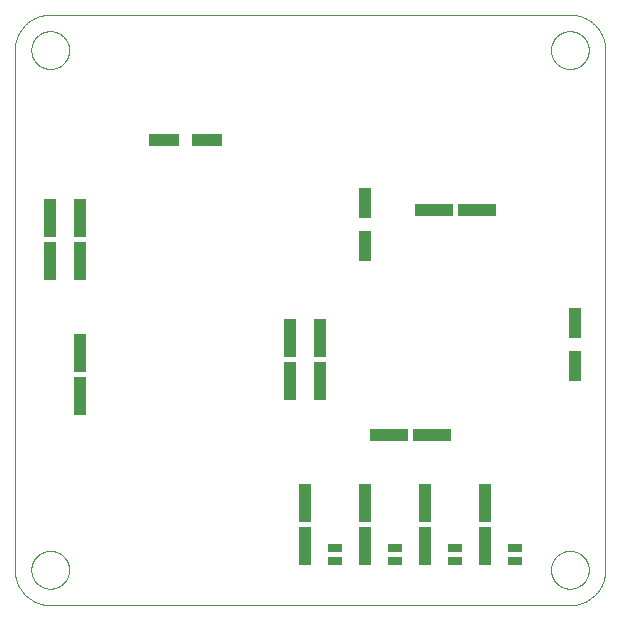
<source format=gtp>
G75*
%MOIN*%
%OFA0B0*%
%FSLAX25Y25*%
%IPPOS*%
%LPD*%
%AMOC8*
5,1,8,0,0,1.08239X$1,22.5*
%
%ADD10C,0.00000*%
%ADD11R,0.03937X0.10236*%
%ADD12R,0.12598X0.03937*%
%ADD13R,0.03937X0.12598*%
%ADD14R,0.10236X0.03937*%
%ADD15R,0.04724X0.03150*%
D10*
X0005724Y0017535D02*
X0005724Y0190764D01*
X0011236Y0190764D02*
X0011238Y0190922D01*
X0011244Y0191080D01*
X0011254Y0191238D01*
X0011268Y0191396D01*
X0011286Y0191553D01*
X0011307Y0191710D01*
X0011333Y0191866D01*
X0011363Y0192022D01*
X0011396Y0192177D01*
X0011434Y0192330D01*
X0011475Y0192483D01*
X0011520Y0192635D01*
X0011569Y0192786D01*
X0011622Y0192935D01*
X0011678Y0193083D01*
X0011738Y0193229D01*
X0011802Y0193374D01*
X0011870Y0193517D01*
X0011941Y0193659D01*
X0012015Y0193799D01*
X0012093Y0193936D01*
X0012175Y0194072D01*
X0012259Y0194206D01*
X0012348Y0194337D01*
X0012439Y0194466D01*
X0012534Y0194593D01*
X0012631Y0194718D01*
X0012732Y0194840D01*
X0012836Y0194959D01*
X0012943Y0195076D01*
X0013053Y0195190D01*
X0013166Y0195301D01*
X0013281Y0195410D01*
X0013399Y0195515D01*
X0013520Y0195617D01*
X0013643Y0195717D01*
X0013769Y0195813D01*
X0013897Y0195906D01*
X0014027Y0195996D01*
X0014160Y0196082D01*
X0014295Y0196166D01*
X0014431Y0196245D01*
X0014570Y0196322D01*
X0014711Y0196394D01*
X0014853Y0196464D01*
X0014997Y0196529D01*
X0015143Y0196591D01*
X0015290Y0196649D01*
X0015439Y0196704D01*
X0015589Y0196755D01*
X0015740Y0196802D01*
X0015892Y0196845D01*
X0016045Y0196884D01*
X0016200Y0196920D01*
X0016355Y0196951D01*
X0016511Y0196979D01*
X0016667Y0197003D01*
X0016824Y0197023D01*
X0016982Y0197039D01*
X0017139Y0197051D01*
X0017298Y0197059D01*
X0017456Y0197063D01*
X0017614Y0197063D01*
X0017772Y0197059D01*
X0017931Y0197051D01*
X0018088Y0197039D01*
X0018246Y0197023D01*
X0018403Y0197003D01*
X0018559Y0196979D01*
X0018715Y0196951D01*
X0018870Y0196920D01*
X0019025Y0196884D01*
X0019178Y0196845D01*
X0019330Y0196802D01*
X0019481Y0196755D01*
X0019631Y0196704D01*
X0019780Y0196649D01*
X0019927Y0196591D01*
X0020073Y0196529D01*
X0020217Y0196464D01*
X0020359Y0196394D01*
X0020500Y0196322D01*
X0020639Y0196245D01*
X0020775Y0196166D01*
X0020910Y0196082D01*
X0021043Y0195996D01*
X0021173Y0195906D01*
X0021301Y0195813D01*
X0021427Y0195717D01*
X0021550Y0195617D01*
X0021671Y0195515D01*
X0021789Y0195410D01*
X0021904Y0195301D01*
X0022017Y0195190D01*
X0022127Y0195076D01*
X0022234Y0194959D01*
X0022338Y0194840D01*
X0022439Y0194718D01*
X0022536Y0194593D01*
X0022631Y0194466D01*
X0022722Y0194337D01*
X0022811Y0194206D01*
X0022895Y0194072D01*
X0022977Y0193936D01*
X0023055Y0193799D01*
X0023129Y0193659D01*
X0023200Y0193517D01*
X0023268Y0193374D01*
X0023332Y0193229D01*
X0023392Y0193083D01*
X0023448Y0192935D01*
X0023501Y0192786D01*
X0023550Y0192635D01*
X0023595Y0192483D01*
X0023636Y0192330D01*
X0023674Y0192177D01*
X0023707Y0192022D01*
X0023737Y0191866D01*
X0023763Y0191710D01*
X0023784Y0191553D01*
X0023802Y0191396D01*
X0023816Y0191238D01*
X0023826Y0191080D01*
X0023832Y0190922D01*
X0023834Y0190764D01*
X0023832Y0190606D01*
X0023826Y0190448D01*
X0023816Y0190290D01*
X0023802Y0190132D01*
X0023784Y0189975D01*
X0023763Y0189818D01*
X0023737Y0189662D01*
X0023707Y0189506D01*
X0023674Y0189351D01*
X0023636Y0189198D01*
X0023595Y0189045D01*
X0023550Y0188893D01*
X0023501Y0188742D01*
X0023448Y0188593D01*
X0023392Y0188445D01*
X0023332Y0188299D01*
X0023268Y0188154D01*
X0023200Y0188011D01*
X0023129Y0187869D01*
X0023055Y0187729D01*
X0022977Y0187592D01*
X0022895Y0187456D01*
X0022811Y0187322D01*
X0022722Y0187191D01*
X0022631Y0187062D01*
X0022536Y0186935D01*
X0022439Y0186810D01*
X0022338Y0186688D01*
X0022234Y0186569D01*
X0022127Y0186452D01*
X0022017Y0186338D01*
X0021904Y0186227D01*
X0021789Y0186118D01*
X0021671Y0186013D01*
X0021550Y0185911D01*
X0021427Y0185811D01*
X0021301Y0185715D01*
X0021173Y0185622D01*
X0021043Y0185532D01*
X0020910Y0185446D01*
X0020775Y0185362D01*
X0020639Y0185283D01*
X0020500Y0185206D01*
X0020359Y0185134D01*
X0020217Y0185064D01*
X0020073Y0184999D01*
X0019927Y0184937D01*
X0019780Y0184879D01*
X0019631Y0184824D01*
X0019481Y0184773D01*
X0019330Y0184726D01*
X0019178Y0184683D01*
X0019025Y0184644D01*
X0018870Y0184608D01*
X0018715Y0184577D01*
X0018559Y0184549D01*
X0018403Y0184525D01*
X0018246Y0184505D01*
X0018088Y0184489D01*
X0017931Y0184477D01*
X0017772Y0184469D01*
X0017614Y0184465D01*
X0017456Y0184465D01*
X0017298Y0184469D01*
X0017139Y0184477D01*
X0016982Y0184489D01*
X0016824Y0184505D01*
X0016667Y0184525D01*
X0016511Y0184549D01*
X0016355Y0184577D01*
X0016200Y0184608D01*
X0016045Y0184644D01*
X0015892Y0184683D01*
X0015740Y0184726D01*
X0015589Y0184773D01*
X0015439Y0184824D01*
X0015290Y0184879D01*
X0015143Y0184937D01*
X0014997Y0184999D01*
X0014853Y0185064D01*
X0014711Y0185134D01*
X0014570Y0185206D01*
X0014431Y0185283D01*
X0014295Y0185362D01*
X0014160Y0185446D01*
X0014027Y0185532D01*
X0013897Y0185622D01*
X0013769Y0185715D01*
X0013643Y0185811D01*
X0013520Y0185911D01*
X0013399Y0186013D01*
X0013281Y0186118D01*
X0013166Y0186227D01*
X0013053Y0186338D01*
X0012943Y0186452D01*
X0012836Y0186569D01*
X0012732Y0186688D01*
X0012631Y0186810D01*
X0012534Y0186935D01*
X0012439Y0187062D01*
X0012348Y0187191D01*
X0012259Y0187322D01*
X0012175Y0187456D01*
X0012093Y0187592D01*
X0012015Y0187729D01*
X0011941Y0187869D01*
X0011870Y0188011D01*
X0011802Y0188154D01*
X0011738Y0188299D01*
X0011678Y0188445D01*
X0011622Y0188593D01*
X0011569Y0188742D01*
X0011520Y0188893D01*
X0011475Y0189045D01*
X0011434Y0189198D01*
X0011396Y0189351D01*
X0011363Y0189506D01*
X0011333Y0189662D01*
X0011307Y0189818D01*
X0011286Y0189975D01*
X0011268Y0190132D01*
X0011254Y0190290D01*
X0011244Y0190448D01*
X0011238Y0190606D01*
X0011236Y0190764D01*
X0005724Y0190764D02*
X0005727Y0191049D01*
X0005738Y0191335D01*
X0005755Y0191620D01*
X0005779Y0191904D01*
X0005810Y0192188D01*
X0005848Y0192471D01*
X0005893Y0192752D01*
X0005944Y0193033D01*
X0006002Y0193313D01*
X0006067Y0193591D01*
X0006139Y0193867D01*
X0006217Y0194141D01*
X0006302Y0194414D01*
X0006394Y0194684D01*
X0006492Y0194952D01*
X0006596Y0195218D01*
X0006707Y0195481D01*
X0006824Y0195741D01*
X0006947Y0195999D01*
X0007077Y0196253D01*
X0007213Y0196504D01*
X0007354Y0196752D01*
X0007502Y0196996D01*
X0007655Y0197237D01*
X0007815Y0197473D01*
X0007980Y0197706D01*
X0008150Y0197935D01*
X0008326Y0198160D01*
X0008508Y0198380D01*
X0008694Y0198596D01*
X0008886Y0198807D01*
X0009083Y0199014D01*
X0009285Y0199216D01*
X0009492Y0199413D01*
X0009703Y0199605D01*
X0009919Y0199791D01*
X0010139Y0199973D01*
X0010364Y0200149D01*
X0010593Y0200319D01*
X0010826Y0200484D01*
X0011062Y0200644D01*
X0011303Y0200797D01*
X0011547Y0200945D01*
X0011795Y0201086D01*
X0012046Y0201222D01*
X0012300Y0201352D01*
X0012558Y0201475D01*
X0012818Y0201592D01*
X0013081Y0201703D01*
X0013347Y0201807D01*
X0013615Y0201905D01*
X0013885Y0201997D01*
X0014158Y0202082D01*
X0014432Y0202160D01*
X0014708Y0202232D01*
X0014986Y0202297D01*
X0015266Y0202355D01*
X0015547Y0202406D01*
X0015828Y0202451D01*
X0016111Y0202489D01*
X0016395Y0202520D01*
X0016679Y0202544D01*
X0016964Y0202561D01*
X0017250Y0202572D01*
X0017535Y0202575D01*
X0190764Y0202575D01*
X0184465Y0190764D02*
X0184467Y0190922D01*
X0184473Y0191080D01*
X0184483Y0191238D01*
X0184497Y0191396D01*
X0184515Y0191553D01*
X0184536Y0191710D01*
X0184562Y0191866D01*
X0184592Y0192022D01*
X0184625Y0192177D01*
X0184663Y0192330D01*
X0184704Y0192483D01*
X0184749Y0192635D01*
X0184798Y0192786D01*
X0184851Y0192935D01*
X0184907Y0193083D01*
X0184967Y0193229D01*
X0185031Y0193374D01*
X0185099Y0193517D01*
X0185170Y0193659D01*
X0185244Y0193799D01*
X0185322Y0193936D01*
X0185404Y0194072D01*
X0185488Y0194206D01*
X0185577Y0194337D01*
X0185668Y0194466D01*
X0185763Y0194593D01*
X0185860Y0194718D01*
X0185961Y0194840D01*
X0186065Y0194959D01*
X0186172Y0195076D01*
X0186282Y0195190D01*
X0186395Y0195301D01*
X0186510Y0195410D01*
X0186628Y0195515D01*
X0186749Y0195617D01*
X0186872Y0195717D01*
X0186998Y0195813D01*
X0187126Y0195906D01*
X0187256Y0195996D01*
X0187389Y0196082D01*
X0187524Y0196166D01*
X0187660Y0196245D01*
X0187799Y0196322D01*
X0187940Y0196394D01*
X0188082Y0196464D01*
X0188226Y0196529D01*
X0188372Y0196591D01*
X0188519Y0196649D01*
X0188668Y0196704D01*
X0188818Y0196755D01*
X0188969Y0196802D01*
X0189121Y0196845D01*
X0189274Y0196884D01*
X0189429Y0196920D01*
X0189584Y0196951D01*
X0189740Y0196979D01*
X0189896Y0197003D01*
X0190053Y0197023D01*
X0190211Y0197039D01*
X0190368Y0197051D01*
X0190527Y0197059D01*
X0190685Y0197063D01*
X0190843Y0197063D01*
X0191001Y0197059D01*
X0191160Y0197051D01*
X0191317Y0197039D01*
X0191475Y0197023D01*
X0191632Y0197003D01*
X0191788Y0196979D01*
X0191944Y0196951D01*
X0192099Y0196920D01*
X0192254Y0196884D01*
X0192407Y0196845D01*
X0192559Y0196802D01*
X0192710Y0196755D01*
X0192860Y0196704D01*
X0193009Y0196649D01*
X0193156Y0196591D01*
X0193302Y0196529D01*
X0193446Y0196464D01*
X0193588Y0196394D01*
X0193729Y0196322D01*
X0193868Y0196245D01*
X0194004Y0196166D01*
X0194139Y0196082D01*
X0194272Y0195996D01*
X0194402Y0195906D01*
X0194530Y0195813D01*
X0194656Y0195717D01*
X0194779Y0195617D01*
X0194900Y0195515D01*
X0195018Y0195410D01*
X0195133Y0195301D01*
X0195246Y0195190D01*
X0195356Y0195076D01*
X0195463Y0194959D01*
X0195567Y0194840D01*
X0195668Y0194718D01*
X0195765Y0194593D01*
X0195860Y0194466D01*
X0195951Y0194337D01*
X0196040Y0194206D01*
X0196124Y0194072D01*
X0196206Y0193936D01*
X0196284Y0193799D01*
X0196358Y0193659D01*
X0196429Y0193517D01*
X0196497Y0193374D01*
X0196561Y0193229D01*
X0196621Y0193083D01*
X0196677Y0192935D01*
X0196730Y0192786D01*
X0196779Y0192635D01*
X0196824Y0192483D01*
X0196865Y0192330D01*
X0196903Y0192177D01*
X0196936Y0192022D01*
X0196966Y0191866D01*
X0196992Y0191710D01*
X0197013Y0191553D01*
X0197031Y0191396D01*
X0197045Y0191238D01*
X0197055Y0191080D01*
X0197061Y0190922D01*
X0197063Y0190764D01*
X0197061Y0190606D01*
X0197055Y0190448D01*
X0197045Y0190290D01*
X0197031Y0190132D01*
X0197013Y0189975D01*
X0196992Y0189818D01*
X0196966Y0189662D01*
X0196936Y0189506D01*
X0196903Y0189351D01*
X0196865Y0189198D01*
X0196824Y0189045D01*
X0196779Y0188893D01*
X0196730Y0188742D01*
X0196677Y0188593D01*
X0196621Y0188445D01*
X0196561Y0188299D01*
X0196497Y0188154D01*
X0196429Y0188011D01*
X0196358Y0187869D01*
X0196284Y0187729D01*
X0196206Y0187592D01*
X0196124Y0187456D01*
X0196040Y0187322D01*
X0195951Y0187191D01*
X0195860Y0187062D01*
X0195765Y0186935D01*
X0195668Y0186810D01*
X0195567Y0186688D01*
X0195463Y0186569D01*
X0195356Y0186452D01*
X0195246Y0186338D01*
X0195133Y0186227D01*
X0195018Y0186118D01*
X0194900Y0186013D01*
X0194779Y0185911D01*
X0194656Y0185811D01*
X0194530Y0185715D01*
X0194402Y0185622D01*
X0194272Y0185532D01*
X0194139Y0185446D01*
X0194004Y0185362D01*
X0193868Y0185283D01*
X0193729Y0185206D01*
X0193588Y0185134D01*
X0193446Y0185064D01*
X0193302Y0184999D01*
X0193156Y0184937D01*
X0193009Y0184879D01*
X0192860Y0184824D01*
X0192710Y0184773D01*
X0192559Y0184726D01*
X0192407Y0184683D01*
X0192254Y0184644D01*
X0192099Y0184608D01*
X0191944Y0184577D01*
X0191788Y0184549D01*
X0191632Y0184525D01*
X0191475Y0184505D01*
X0191317Y0184489D01*
X0191160Y0184477D01*
X0191001Y0184469D01*
X0190843Y0184465D01*
X0190685Y0184465D01*
X0190527Y0184469D01*
X0190368Y0184477D01*
X0190211Y0184489D01*
X0190053Y0184505D01*
X0189896Y0184525D01*
X0189740Y0184549D01*
X0189584Y0184577D01*
X0189429Y0184608D01*
X0189274Y0184644D01*
X0189121Y0184683D01*
X0188969Y0184726D01*
X0188818Y0184773D01*
X0188668Y0184824D01*
X0188519Y0184879D01*
X0188372Y0184937D01*
X0188226Y0184999D01*
X0188082Y0185064D01*
X0187940Y0185134D01*
X0187799Y0185206D01*
X0187660Y0185283D01*
X0187524Y0185362D01*
X0187389Y0185446D01*
X0187256Y0185532D01*
X0187126Y0185622D01*
X0186998Y0185715D01*
X0186872Y0185811D01*
X0186749Y0185911D01*
X0186628Y0186013D01*
X0186510Y0186118D01*
X0186395Y0186227D01*
X0186282Y0186338D01*
X0186172Y0186452D01*
X0186065Y0186569D01*
X0185961Y0186688D01*
X0185860Y0186810D01*
X0185763Y0186935D01*
X0185668Y0187062D01*
X0185577Y0187191D01*
X0185488Y0187322D01*
X0185404Y0187456D01*
X0185322Y0187592D01*
X0185244Y0187729D01*
X0185170Y0187869D01*
X0185099Y0188011D01*
X0185031Y0188154D01*
X0184967Y0188299D01*
X0184907Y0188445D01*
X0184851Y0188593D01*
X0184798Y0188742D01*
X0184749Y0188893D01*
X0184704Y0189045D01*
X0184663Y0189198D01*
X0184625Y0189351D01*
X0184592Y0189506D01*
X0184562Y0189662D01*
X0184536Y0189818D01*
X0184515Y0189975D01*
X0184497Y0190132D01*
X0184483Y0190290D01*
X0184473Y0190448D01*
X0184467Y0190606D01*
X0184465Y0190764D01*
X0190764Y0202575D02*
X0191049Y0202572D01*
X0191335Y0202561D01*
X0191620Y0202544D01*
X0191904Y0202520D01*
X0192188Y0202489D01*
X0192471Y0202451D01*
X0192752Y0202406D01*
X0193033Y0202355D01*
X0193313Y0202297D01*
X0193591Y0202232D01*
X0193867Y0202160D01*
X0194141Y0202082D01*
X0194414Y0201997D01*
X0194684Y0201905D01*
X0194952Y0201807D01*
X0195218Y0201703D01*
X0195481Y0201592D01*
X0195741Y0201475D01*
X0195999Y0201352D01*
X0196253Y0201222D01*
X0196504Y0201086D01*
X0196752Y0200945D01*
X0196996Y0200797D01*
X0197237Y0200644D01*
X0197473Y0200484D01*
X0197706Y0200319D01*
X0197935Y0200149D01*
X0198160Y0199973D01*
X0198380Y0199791D01*
X0198596Y0199605D01*
X0198807Y0199413D01*
X0199014Y0199216D01*
X0199216Y0199014D01*
X0199413Y0198807D01*
X0199605Y0198596D01*
X0199791Y0198380D01*
X0199973Y0198160D01*
X0200149Y0197935D01*
X0200319Y0197706D01*
X0200484Y0197473D01*
X0200644Y0197237D01*
X0200797Y0196996D01*
X0200945Y0196752D01*
X0201086Y0196504D01*
X0201222Y0196253D01*
X0201352Y0195999D01*
X0201475Y0195741D01*
X0201592Y0195481D01*
X0201703Y0195218D01*
X0201807Y0194952D01*
X0201905Y0194684D01*
X0201997Y0194414D01*
X0202082Y0194141D01*
X0202160Y0193867D01*
X0202232Y0193591D01*
X0202297Y0193313D01*
X0202355Y0193033D01*
X0202406Y0192752D01*
X0202451Y0192471D01*
X0202489Y0192188D01*
X0202520Y0191904D01*
X0202544Y0191620D01*
X0202561Y0191335D01*
X0202572Y0191049D01*
X0202575Y0190764D01*
X0202575Y0017535D01*
X0184465Y0017535D02*
X0184467Y0017693D01*
X0184473Y0017851D01*
X0184483Y0018009D01*
X0184497Y0018167D01*
X0184515Y0018324D01*
X0184536Y0018481D01*
X0184562Y0018637D01*
X0184592Y0018793D01*
X0184625Y0018948D01*
X0184663Y0019101D01*
X0184704Y0019254D01*
X0184749Y0019406D01*
X0184798Y0019557D01*
X0184851Y0019706D01*
X0184907Y0019854D01*
X0184967Y0020000D01*
X0185031Y0020145D01*
X0185099Y0020288D01*
X0185170Y0020430D01*
X0185244Y0020570D01*
X0185322Y0020707D01*
X0185404Y0020843D01*
X0185488Y0020977D01*
X0185577Y0021108D01*
X0185668Y0021237D01*
X0185763Y0021364D01*
X0185860Y0021489D01*
X0185961Y0021611D01*
X0186065Y0021730D01*
X0186172Y0021847D01*
X0186282Y0021961D01*
X0186395Y0022072D01*
X0186510Y0022181D01*
X0186628Y0022286D01*
X0186749Y0022388D01*
X0186872Y0022488D01*
X0186998Y0022584D01*
X0187126Y0022677D01*
X0187256Y0022767D01*
X0187389Y0022853D01*
X0187524Y0022937D01*
X0187660Y0023016D01*
X0187799Y0023093D01*
X0187940Y0023165D01*
X0188082Y0023235D01*
X0188226Y0023300D01*
X0188372Y0023362D01*
X0188519Y0023420D01*
X0188668Y0023475D01*
X0188818Y0023526D01*
X0188969Y0023573D01*
X0189121Y0023616D01*
X0189274Y0023655D01*
X0189429Y0023691D01*
X0189584Y0023722D01*
X0189740Y0023750D01*
X0189896Y0023774D01*
X0190053Y0023794D01*
X0190211Y0023810D01*
X0190368Y0023822D01*
X0190527Y0023830D01*
X0190685Y0023834D01*
X0190843Y0023834D01*
X0191001Y0023830D01*
X0191160Y0023822D01*
X0191317Y0023810D01*
X0191475Y0023794D01*
X0191632Y0023774D01*
X0191788Y0023750D01*
X0191944Y0023722D01*
X0192099Y0023691D01*
X0192254Y0023655D01*
X0192407Y0023616D01*
X0192559Y0023573D01*
X0192710Y0023526D01*
X0192860Y0023475D01*
X0193009Y0023420D01*
X0193156Y0023362D01*
X0193302Y0023300D01*
X0193446Y0023235D01*
X0193588Y0023165D01*
X0193729Y0023093D01*
X0193868Y0023016D01*
X0194004Y0022937D01*
X0194139Y0022853D01*
X0194272Y0022767D01*
X0194402Y0022677D01*
X0194530Y0022584D01*
X0194656Y0022488D01*
X0194779Y0022388D01*
X0194900Y0022286D01*
X0195018Y0022181D01*
X0195133Y0022072D01*
X0195246Y0021961D01*
X0195356Y0021847D01*
X0195463Y0021730D01*
X0195567Y0021611D01*
X0195668Y0021489D01*
X0195765Y0021364D01*
X0195860Y0021237D01*
X0195951Y0021108D01*
X0196040Y0020977D01*
X0196124Y0020843D01*
X0196206Y0020707D01*
X0196284Y0020570D01*
X0196358Y0020430D01*
X0196429Y0020288D01*
X0196497Y0020145D01*
X0196561Y0020000D01*
X0196621Y0019854D01*
X0196677Y0019706D01*
X0196730Y0019557D01*
X0196779Y0019406D01*
X0196824Y0019254D01*
X0196865Y0019101D01*
X0196903Y0018948D01*
X0196936Y0018793D01*
X0196966Y0018637D01*
X0196992Y0018481D01*
X0197013Y0018324D01*
X0197031Y0018167D01*
X0197045Y0018009D01*
X0197055Y0017851D01*
X0197061Y0017693D01*
X0197063Y0017535D01*
X0197061Y0017377D01*
X0197055Y0017219D01*
X0197045Y0017061D01*
X0197031Y0016903D01*
X0197013Y0016746D01*
X0196992Y0016589D01*
X0196966Y0016433D01*
X0196936Y0016277D01*
X0196903Y0016122D01*
X0196865Y0015969D01*
X0196824Y0015816D01*
X0196779Y0015664D01*
X0196730Y0015513D01*
X0196677Y0015364D01*
X0196621Y0015216D01*
X0196561Y0015070D01*
X0196497Y0014925D01*
X0196429Y0014782D01*
X0196358Y0014640D01*
X0196284Y0014500D01*
X0196206Y0014363D01*
X0196124Y0014227D01*
X0196040Y0014093D01*
X0195951Y0013962D01*
X0195860Y0013833D01*
X0195765Y0013706D01*
X0195668Y0013581D01*
X0195567Y0013459D01*
X0195463Y0013340D01*
X0195356Y0013223D01*
X0195246Y0013109D01*
X0195133Y0012998D01*
X0195018Y0012889D01*
X0194900Y0012784D01*
X0194779Y0012682D01*
X0194656Y0012582D01*
X0194530Y0012486D01*
X0194402Y0012393D01*
X0194272Y0012303D01*
X0194139Y0012217D01*
X0194004Y0012133D01*
X0193868Y0012054D01*
X0193729Y0011977D01*
X0193588Y0011905D01*
X0193446Y0011835D01*
X0193302Y0011770D01*
X0193156Y0011708D01*
X0193009Y0011650D01*
X0192860Y0011595D01*
X0192710Y0011544D01*
X0192559Y0011497D01*
X0192407Y0011454D01*
X0192254Y0011415D01*
X0192099Y0011379D01*
X0191944Y0011348D01*
X0191788Y0011320D01*
X0191632Y0011296D01*
X0191475Y0011276D01*
X0191317Y0011260D01*
X0191160Y0011248D01*
X0191001Y0011240D01*
X0190843Y0011236D01*
X0190685Y0011236D01*
X0190527Y0011240D01*
X0190368Y0011248D01*
X0190211Y0011260D01*
X0190053Y0011276D01*
X0189896Y0011296D01*
X0189740Y0011320D01*
X0189584Y0011348D01*
X0189429Y0011379D01*
X0189274Y0011415D01*
X0189121Y0011454D01*
X0188969Y0011497D01*
X0188818Y0011544D01*
X0188668Y0011595D01*
X0188519Y0011650D01*
X0188372Y0011708D01*
X0188226Y0011770D01*
X0188082Y0011835D01*
X0187940Y0011905D01*
X0187799Y0011977D01*
X0187660Y0012054D01*
X0187524Y0012133D01*
X0187389Y0012217D01*
X0187256Y0012303D01*
X0187126Y0012393D01*
X0186998Y0012486D01*
X0186872Y0012582D01*
X0186749Y0012682D01*
X0186628Y0012784D01*
X0186510Y0012889D01*
X0186395Y0012998D01*
X0186282Y0013109D01*
X0186172Y0013223D01*
X0186065Y0013340D01*
X0185961Y0013459D01*
X0185860Y0013581D01*
X0185763Y0013706D01*
X0185668Y0013833D01*
X0185577Y0013962D01*
X0185488Y0014093D01*
X0185404Y0014227D01*
X0185322Y0014363D01*
X0185244Y0014500D01*
X0185170Y0014640D01*
X0185099Y0014782D01*
X0185031Y0014925D01*
X0184967Y0015070D01*
X0184907Y0015216D01*
X0184851Y0015364D01*
X0184798Y0015513D01*
X0184749Y0015664D01*
X0184704Y0015816D01*
X0184663Y0015969D01*
X0184625Y0016122D01*
X0184592Y0016277D01*
X0184562Y0016433D01*
X0184536Y0016589D01*
X0184515Y0016746D01*
X0184497Y0016903D01*
X0184483Y0017061D01*
X0184473Y0017219D01*
X0184467Y0017377D01*
X0184465Y0017535D01*
X0190764Y0005724D02*
X0191049Y0005727D01*
X0191335Y0005738D01*
X0191620Y0005755D01*
X0191904Y0005779D01*
X0192188Y0005810D01*
X0192471Y0005848D01*
X0192752Y0005893D01*
X0193033Y0005944D01*
X0193313Y0006002D01*
X0193591Y0006067D01*
X0193867Y0006139D01*
X0194141Y0006217D01*
X0194414Y0006302D01*
X0194684Y0006394D01*
X0194952Y0006492D01*
X0195218Y0006596D01*
X0195481Y0006707D01*
X0195741Y0006824D01*
X0195999Y0006947D01*
X0196253Y0007077D01*
X0196504Y0007213D01*
X0196752Y0007354D01*
X0196996Y0007502D01*
X0197237Y0007655D01*
X0197473Y0007815D01*
X0197706Y0007980D01*
X0197935Y0008150D01*
X0198160Y0008326D01*
X0198380Y0008508D01*
X0198596Y0008694D01*
X0198807Y0008886D01*
X0199014Y0009083D01*
X0199216Y0009285D01*
X0199413Y0009492D01*
X0199605Y0009703D01*
X0199791Y0009919D01*
X0199973Y0010139D01*
X0200149Y0010364D01*
X0200319Y0010593D01*
X0200484Y0010826D01*
X0200644Y0011062D01*
X0200797Y0011303D01*
X0200945Y0011547D01*
X0201086Y0011795D01*
X0201222Y0012046D01*
X0201352Y0012300D01*
X0201475Y0012558D01*
X0201592Y0012818D01*
X0201703Y0013081D01*
X0201807Y0013347D01*
X0201905Y0013615D01*
X0201997Y0013885D01*
X0202082Y0014158D01*
X0202160Y0014432D01*
X0202232Y0014708D01*
X0202297Y0014986D01*
X0202355Y0015266D01*
X0202406Y0015547D01*
X0202451Y0015828D01*
X0202489Y0016111D01*
X0202520Y0016395D01*
X0202544Y0016679D01*
X0202561Y0016964D01*
X0202572Y0017250D01*
X0202575Y0017535D01*
X0190764Y0005724D02*
X0017535Y0005724D01*
X0011236Y0017535D02*
X0011238Y0017693D01*
X0011244Y0017851D01*
X0011254Y0018009D01*
X0011268Y0018167D01*
X0011286Y0018324D01*
X0011307Y0018481D01*
X0011333Y0018637D01*
X0011363Y0018793D01*
X0011396Y0018948D01*
X0011434Y0019101D01*
X0011475Y0019254D01*
X0011520Y0019406D01*
X0011569Y0019557D01*
X0011622Y0019706D01*
X0011678Y0019854D01*
X0011738Y0020000D01*
X0011802Y0020145D01*
X0011870Y0020288D01*
X0011941Y0020430D01*
X0012015Y0020570D01*
X0012093Y0020707D01*
X0012175Y0020843D01*
X0012259Y0020977D01*
X0012348Y0021108D01*
X0012439Y0021237D01*
X0012534Y0021364D01*
X0012631Y0021489D01*
X0012732Y0021611D01*
X0012836Y0021730D01*
X0012943Y0021847D01*
X0013053Y0021961D01*
X0013166Y0022072D01*
X0013281Y0022181D01*
X0013399Y0022286D01*
X0013520Y0022388D01*
X0013643Y0022488D01*
X0013769Y0022584D01*
X0013897Y0022677D01*
X0014027Y0022767D01*
X0014160Y0022853D01*
X0014295Y0022937D01*
X0014431Y0023016D01*
X0014570Y0023093D01*
X0014711Y0023165D01*
X0014853Y0023235D01*
X0014997Y0023300D01*
X0015143Y0023362D01*
X0015290Y0023420D01*
X0015439Y0023475D01*
X0015589Y0023526D01*
X0015740Y0023573D01*
X0015892Y0023616D01*
X0016045Y0023655D01*
X0016200Y0023691D01*
X0016355Y0023722D01*
X0016511Y0023750D01*
X0016667Y0023774D01*
X0016824Y0023794D01*
X0016982Y0023810D01*
X0017139Y0023822D01*
X0017298Y0023830D01*
X0017456Y0023834D01*
X0017614Y0023834D01*
X0017772Y0023830D01*
X0017931Y0023822D01*
X0018088Y0023810D01*
X0018246Y0023794D01*
X0018403Y0023774D01*
X0018559Y0023750D01*
X0018715Y0023722D01*
X0018870Y0023691D01*
X0019025Y0023655D01*
X0019178Y0023616D01*
X0019330Y0023573D01*
X0019481Y0023526D01*
X0019631Y0023475D01*
X0019780Y0023420D01*
X0019927Y0023362D01*
X0020073Y0023300D01*
X0020217Y0023235D01*
X0020359Y0023165D01*
X0020500Y0023093D01*
X0020639Y0023016D01*
X0020775Y0022937D01*
X0020910Y0022853D01*
X0021043Y0022767D01*
X0021173Y0022677D01*
X0021301Y0022584D01*
X0021427Y0022488D01*
X0021550Y0022388D01*
X0021671Y0022286D01*
X0021789Y0022181D01*
X0021904Y0022072D01*
X0022017Y0021961D01*
X0022127Y0021847D01*
X0022234Y0021730D01*
X0022338Y0021611D01*
X0022439Y0021489D01*
X0022536Y0021364D01*
X0022631Y0021237D01*
X0022722Y0021108D01*
X0022811Y0020977D01*
X0022895Y0020843D01*
X0022977Y0020707D01*
X0023055Y0020570D01*
X0023129Y0020430D01*
X0023200Y0020288D01*
X0023268Y0020145D01*
X0023332Y0020000D01*
X0023392Y0019854D01*
X0023448Y0019706D01*
X0023501Y0019557D01*
X0023550Y0019406D01*
X0023595Y0019254D01*
X0023636Y0019101D01*
X0023674Y0018948D01*
X0023707Y0018793D01*
X0023737Y0018637D01*
X0023763Y0018481D01*
X0023784Y0018324D01*
X0023802Y0018167D01*
X0023816Y0018009D01*
X0023826Y0017851D01*
X0023832Y0017693D01*
X0023834Y0017535D01*
X0023832Y0017377D01*
X0023826Y0017219D01*
X0023816Y0017061D01*
X0023802Y0016903D01*
X0023784Y0016746D01*
X0023763Y0016589D01*
X0023737Y0016433D01*
X0023707Y0016277D01*
X0023674Y0016122D01*
X0023636Y0015969D01*
X0023595Y0015816D01*
X0023550Y0015664D01*
X0023501Y0015513D01*
X0023448Y0015364D01*
X0023392Y0015216D01*
X0023332Y0015070D01*
X0023268Y0014925D01*
X0023200Y0014782D01*
X0023129Y0014640D01*
X0023055Y0014500D01*
X0022977Y0014363D01*
X0022895Y0014227D01*
X0022811Y0014093D01*
X0022722Y0013962D01*
X0022631Y0013833D01*
X0022536Y0013706D01*
X0022439Y0013581D01*
X0022338Y0013459D01*
X0022234Y0013340D01*
X0022127Y0013223D01*
X0022017Y0013109D01*
X0021904Y0012998D01*
X0021789Y0012889D01*
X0021671Y0012784D01*
X0021550Y0012682D01*
X0021427Y0012582D01*
X0021301Y0012486D01*
X0021173Y0012393D01*
X0021043Y0012303D01*
X0020910Y0012217D01*
X0020775Y0012133D01*
X0020639Y0012054D01*
X0020500Y0011977D01*
X0020359Y0011905D01*
X0020217Y0011835D01*
X0020073Y0011770D01*
X0019927Y0011708D01*
X0019780Y0011650D01*
X0019631Y0011595D01*
X0019481Y0011544D01*
X0019330Y0011497D01*
X0019178Y0011454D01*
X0019025Y0011415D01*
X0018870Y0011379D01*
X0018715Y0011348D01*
X0018559Y0011320D01*
X0018403Y0011296D01*
X0018246Y0011276D01*
X0018088Y0011260D01*
X0017931Y0011248D01*
X0017772Y0011240D01*
X0017614Y0011236D01*
X0017456Y0011236D01*
X0017298Y0011240D01*
X0017139Y0011248D01*
X0016982Y0011260D01*
X0016824Y0011276D01*
X0016667Y0011296D01*
X0016511Y0011320D01*
X0016355Y0011348D01*
X0016200Y0011379D01*
X0016045Y0011415D01*
X0015892Y0011454D01*
X0015740Y0011497D01*
X0015589Y0011544D01*
X0015439Y0011595D01*
X0015290Y0011650D01*
X0015143Y0011708D01*
X0014997Y0011770D01*
X0014853Y0011835D01*
X0014711Y0011905D01*
X0014570Y0011977D01*
X0014431Y0012054D01*
X0014295Y0012133D01*
X0014160Y0012217D01*
X0014027Y0012303D01*
X0013897Y0012393D01*
X0013769Y0012486D01*
X0013643Y0012582D01*
X0013520Y0012682D01*
X0013399Y0012784D01*
X0013281Y0012889D01*
X0013166Y0012998D01*
X0013053Y0013109D01*
X0012943Y0013223D01*
X0012836Y0013340D01*
X0012732Y0013459D01*
X0012631Y0013581D01*
X0012534Y0013706D01*
X0012439Y0013833D01*
X0012348Y0013962D01*
X0012259Y0014093D01*
X0012175Y0014227D01*
X0012093Y0014363D01*
X0012015Y0014500D01*
X0011941Y0014640D01*
X0011870Y0014782D01*
X0011802Y0014925D01*
X0011738Y0015070D01*
X0011678Y0015216D01*
X0011622Y0015364D01*
X0011569Y0015513D01*
X0011520Y0015664D01*
X0011475Y0015816D01*
X0011434Y0015969D01*
X0011396Y0016122D01*
X0011363Y0016277D01*
X0011333Y0016433D01*
X0011307Y0016589D01*
X0011286Y0016746D01*
X0011268Y0016903D01*
X0011254Y0017061D01*
X0011244Y0017219D01*
X0011238Y0017377D01*
X0011236Y0017535D01*
X0005724Y0017535D02*
X0005727Y0017250D01*
X0005738Y0016964D01*
X0005755Y0016679D01*
X0005779Y0016395D01*
X0005810Y0016111D01*
X0005848Y0015828D01*
X0005893Y0015547D01*
X0005944Y0015266D01*
X0006002Y0014986D01*
X0006067Y0014708D01*
X0006139Y0014432D01*
X0006217Y0014158D01*
X0006302Y0013885D01*
X0006394Y0013615D01*
X0006492Y0013347D01*
X0006596Y0013081D01*
X0006707Y0012818D01*
X0006824Y0012558D01*
X0006947Y0012300D01*
X0007077Y0012046D01*
X0007213Y0011795D01*
X0007354Y0011547D01*
X0007502Y0011303D01*
X0007655Y0011062D01*
X0007815Y0010826D01*
X0007980Y0010593D01*
X0008150Y0010364D01*
X0008326Y0010139D01*
X0008508Y0009919D01*
X0008694Y0009703D01*
X0008886Y0009492D01*
X0009083Y0009285D01*
X0009285Y0009083D01*
X0009492Y0008886D01*
X0009703Y0008694D01*
X0009919Y0008508D01*
X0010139Y0008326D01*
X0010364Y0008150D01*
X0010593Y0007980D01*
X0010826Y0007815D01*
X0011062Y0007655D01*
X0011303Y0007502D01*
X0011547Y0007354D01*
X0011795Y0007213D01*
X0012046Y0007077D01*
X0012300Y0006947D01*
X0012558Y0006824D01*
X0012818Y0006707D01*
X0013081Y0006596D01*
X0013347Y0006492D01*
X0013615Y0006394D01*
X0013885Y0006302D01*
X0014158Y0006217D01*
X0014432Y0006139D01*
X0014708Y0006067D01*
X0014986Y0006002D01*
X0015266Y0005944D01*
X0015547Y0005893D01*
X0015828Y0005848D01*
X0016111Y0005810D01*
X0016395Y0005779D01*
X0016679Y0005755D01*
X0016964Y0005738D01*
X0017250Y0005727D01*
X0017535Y0005724D01*
D11*
X0122575Y0125488D03*
X0122575Y0139661D03*
X0192575Y0099661D03*
X0192575Y0085488D03*
D12*
X0144661Y0062575D03*
X0130488Y0062575D03*
X0145488Y0137575D03*
X0159661Y0137575D03*
D13*
X0107575Y0094661D03*
X0097575Y0094661D03*
X0097575Y0080488D03*
X0107575Y0080488D03*
X0102575Y0039661D03*
X0102575Y0025488D03*
X0122575Y0025488D03*
X0122575Y0039661D03*
X0142575Y0039661D03*
X0142575Y0025488D03*
X0162575Y0025488D03*
X0162575Y0039661D03*
X0027575Y0075488D03*
X0027575Y0089661D03*
X0027575Y0120488D03*
X0017575Y0120488D03*
X0017575Y0134661D03*
X0027575Y0134661D03*
D14*
X0055488Y0160724D03*
X0069661Y0160724D03*
D15*
X0112575Y0024661D03*
X0112575Y0020488D03*
X0132575Y0020488D03*
X0132575Y0024661D03*
X0152575Y0024661D03*
X0152575Y0020488D03*
X0172575Y0020488D03*
X0172575Y0024661D03*
M02*

</source>
